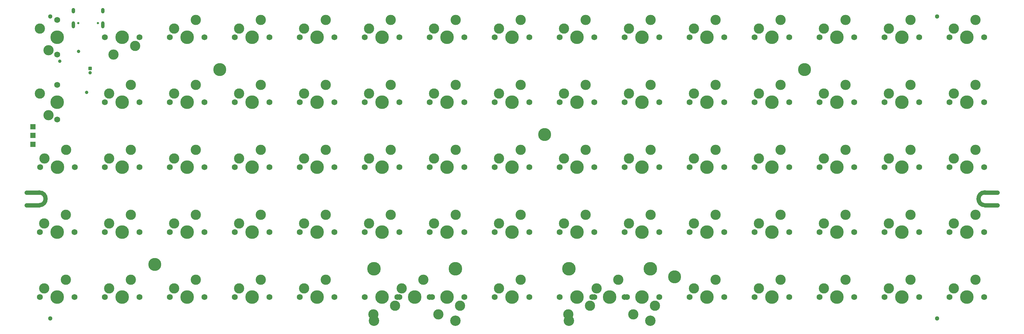
<source format=gts>
%TF.GenerationSoftware,KiCad,Pcbnew,(6.0.4)*%
%TF.CreationDate,2022-10-29T20:58:51+01:00*%
%TF.ProjectId,nova75,6e6f7661-3735-42e6-9b69-6361645f7063,rev?*%
%TF.SameCoordinates,Original*%
%TF.FileFunction,Soldermask,Top*%
%TF.FilePolarity,Negative*%
%FSLAX46Y46*%
G04 Gerber Fmt 4.6, Leading zero omitted, Abs format (unit mm)*
G04 Created by KiCad (PCBNEW (6.0.4)) date 2022-10-29 20:58:51*
%MOMM*%
%LPD*%
G01*
G04 APERTURE LIST*
G04 Aperture macros list*
%AMRoundRect*
0 Rectangle with rounded corners*
0 $1 Rounding radius*
0 $2 $3 $4 $5 $6 $7 $8 $9 X,Y pos of 4 corners*
0 Add a 4 corners polygon primitive as box body*
4,1,4,$2,$3,$4,$5,$6,$7,$8,$9,$2,$3,0*
0 Add four circle primitives for the rounded corners*
1,1,$1+$1,$2,$3*
1,1,$1+$1,$4,$5*
1,1,$1+$1,$6,$7*
1,1,$1+$1,$8,$9*
0 Add four rect primitives between the rounded corners*
20,1,$1+$1,$2,$3,$4,$5,0*
20,1,$1+$1,$4,$5,$6,$7,0*
20,1,$1+$1,$6,$7,$8,$9,0*
20,1,$1+$1,$8,$9,$2,$3,0*%
G04 Aperture macros list end*
%ADD10C,1.250000*%
%ADD11C,3.000000*%
%ADD12C,1.750000*%
%ADD13C,3.987800*%
%ADD14C,2.200000*%
%ADD15C,3.800000*%
%ADD16C,3.048000*%
%ADD17C,1.300000*%
%ADD18R,1.500000X1.500000*%
%ADD19C,0.650000*%
%ADD20O,1.000000X1.600000*%
%ADD21O,1.000000X2.100000*%
%ADD22C,1.000000*%
%ADD23RoundRect,0.150000X0.350000X0.350000X-0.350000X0.350000X-0.350000X-0.350000X0.350000X-0.350000X0*%
G04 APERTURE END LIST*
D10*
X28990518Y-109767675D02*
X32699418Y-109767675D01*
X32699418Y-106017675D02*
X28990518Y-106017675D01*
X32699418Y-109767675D02*
G75*
G03*
X32699418Y-106017675I0J1875000D01*
G01*
X309984710Y-109764059D02*
X313693610Y-109764059D01*
X313693610Y-106014059D02*
X309984710Y-106014059D01*
X309984710Y-106014059D02*
G75*
G03*
X309984710Y-109764059I0J-1875000D01*
G01*
D11*
X148481700Y-77006330D03*
X154831700Y-74466330D03*
D12*
X147211700Y-79546330D03*
D13*
X152291700Y-79546330D03*
D12*
X157371700Y-79546330D03*
D11*
X116731700Y-74466330D03*
D12*
X109111700Y-79546330D03*
X119271700Y-79546330D03*
D11*
X110381700Y-77006330D03*
D13*
X114191700Y-79546330D03*
D12*
X166261700Y-60496330D03*
D11*
X173881700Y-55416330D03*
D12*
X176421700Y-60496330D03*
D13*
X171341700Y-60496330D03*
D11*
X167531700Y-57956330D03*
D13*
X228491700Y-136696330D03*
D11*
X224681700Y-134156330D03*
D12*
X233571700Y-136696330D03*
D11*
X231031700Y-131616330D03*
D12*
X223411700Y-136696330D03*
D11*
X130701700Y-141776330D03*
D13*
X133241700Y-136696330D03*
D12*
X128161700Y-136696330D03*
X138321700Y-136696330D03*
D11*
X137051700Y-139236330D03*
D12*
X166261700Y-79546330D03*
D13*
X171341700Y-79546330D03*
D12*
X176421700Y-79546330D03*
D11*
X167531700Y-77006330D03*
X173881700Y-74466330D03*
D12*
X223411700Y-60496330D03*
X233571700Y-60496330D03*
D13*
X228491700Y-60496330D03*
D11*
X231031700Y-55416330D03*
X224681700Y-57956330D03*
D14*
X218990617Y-130796675D03*
X219366377Y-130796675D03*
X218608281Y-130796675D03*
D15*
X218990617Y-130796675D03*
D12*
X280561700Y-98596330D03*
D11*
X281831700Y-96056330D03*
D13*
X285641700Y-98596330D03*
D11*
X288181700Y-93516330D03*
D12*
X290721700Y-98596330D03*
X109111700Y-60496330D03*
D11*
X110381700Y-57956330D03*
D12*
X119271700Y-60496330D03*
D13*
X114191700Y-60496330D03*
D11*
X116731700Y-55416330D03*
D12*
X195471700Y-98596330D03*
X185311700Y-98596330D03*
D11*
X192931700Y-93516330D03*
X186581700Y-96056330D03*
D13*
X190391700Y-98596330D03*
D11*
X53231700Y-77006330D03*
D13*
X57041700Y-79546330D03*
D12*
X51961700Y-79546330D03*
D11*
X59581700Y-74466330D03*
D12*
X62121700Y-79546330D03*
X71011700Y-60496330D03*
D11*
X78631700Y-55416330D03*
X72281700Y-57956330D03*
D12*
X81171700Y-60496330D03*
D13*
X76091700Y-60496330D03*
X142766700Y-136696330D03*
D16*
X130828700Y-143681330D03*
D13*
X130828700Y-128441330D03*
X154704700Y-128441330D03*
D11*
X145306700Y-131616330D03*
D12*
X137686700Y-136696330D03*
D11*
X138956700Y-134156330D03*
D16*
X154704700Y-143681330D03*
D12*
X147846700Y-136696330D03*
X252621700Y-60496330D03*
D11*
X243731700Y-57956330D03*
D12*
X242461700Y-60496330D03*
D13*
X247541700Y-60496330D03*
D11*
X250081700Y-55416330D03*
X97681700Y-112566330D03*
X91331700Y-115106330D03*
D13*
X95141700Y-117646330D03*
D12*
X100221700Y-117646330D03*
X90061700Y-117646330D03*
D14*
X85990723Y-70017291D03*
X85232627Y-70017291D03*
X85614963Y-70017291D03*
D15*
X85614963Y-70017291D03*
D12*
X261511700Y-98596330D03*
X271671700Y-98596330D03*
D11*
X262781700Y-96056330D03*
X269131700Y-93516330D03*
D13*
X266591700Y-98596330D03*
D11*
X307231700Y-93516330D03*
D13*
X304691700Y-98596330D03*
D12*
X299611700Y-98596330D03*
X309771700Y-98596330D03*
D11*
X300881700Y-96056330D03*
X97681700Y-93516330D03*
D12*
X100221700Y-98596330D03*
D13*
X95141700Y-98596330D03*
D11*
X91331700Y-96056330D03*
D12*
X90061700Y-98596330D03*
D17*
X295928700Y-142944330D03*
D11*
X34181700Y-134156330D03*
D13*
X37991700Y-136696330D03*
D11*
X40531700Y-131616330D03*
D12*
X32911700Y-136696330D03*
X43071700Y-136696330D03*
D11*
X129431700Y-77006330D03*
D12*
X138321700Y-79546330D03*
X128161700Y-79546330D03*
D11*
X135781700Y-74466330D03*
D13*
X133241700Y-79546330D03*
X37991700Y-60496330D03*
D11*
X32911700Y-57956330D03*
X35451700Y-64306330D03*
D12*
X37991700Y-55416330D03*
X37991700Y-65576330D03*
D11*
X78631700Y-112566330D03*
X72281700Y-115106330D03*
D12*
X71011700Y-117646330D03*
D13*
X76091700Y-117646330D03*
D12*
X81171700Y-117646330D03*
X147211700Y-117646330D03*
D11*
X148481700Y-115106330D03*
D12*
X157371700Y-117646330D03*
D13*
X152291700Y-117646330D03*
D11*
X154831700Y-112566330D03*
D12*
X271671700Y-136696330D03*
D11*
X269131700Y-131616330D03*
D12*
X261511700Y-136696330D03*
D13*
X266591700Y-136696330D03*
D11*
X262781700Y-134156330D03*
D13*
X228491700Y-98596330D03*
D11*
X224681700Y-96056330D03*
D12*
X233571700Y-98596330D03*
X223411700Y-98596330D03*
D11*
X231031700Y-93516330D03*
D17*
X295928700Y-54425330D03*
D12*
X62121700Y-60496330D03*
X51961700Y-60496330D03*
D11*
X54501700Y-65576330D03*
X60851700Y-63036330D03*
D13*
X57041700Y-60496330D03*
X76091700Y-79546330D03*
D11*
X72281700Y-77006330D03*
D12*
X71011700Y-79546330D03*
X81171700Y-79546330D03*
D11*
X78631700Y-74466330D03*
D12*
X157371700Y-60496330D03*
D11*
X154831700Y-55416330D03*
D12*
X147211700Y-60496330D03*
D13*
X152291700Y-60496330D03*
D11*
X148481700Y-57956330D03*
D12*
X214521700Y-60496330D03*
X204361700Y-60496330D03*
D13*
X209441700Y-60496330D03*
D11*
X211981700Y-55416330D03*
X205631700Y-57956330D03*
D13*
X190391700Y-79546330D03*
D11*
X192931700Y-74466330D03*
D12*
X195471700Y-79546330D03*
D11*
X186581700Y-77006330D03*
D12*
X185311700Y-79546330D03*
X299611700Y-79546330D03*
D11*
X307231700Y-74466330D03*
X300881700Y-77006330D03*
D12*
X309771700Y-79546330D03*
D13*
X304691700Y-79546330D03*
D12*
X214521700Y-117646330D03*
D13*
X209441700Y-117646330D03*
D11*
X211981700Y-112566330D03*
D12*
X204361700Y-117646330D03*
D11*
X205631700Y-115106330D03*
D12*
X280561700Y-117646330D03*
D11*
X281831700Y-115106330D03*
X288181700Y-112566330D03*
D12*
X290721700Y-117646330D03*
D13*
X285641700Y-117646330D03*
X57041700Y-136696330D03*
D11*
X53231700Y-134156330D03*
D12*
X62121700Y-136696330D03*
X51961700Y-136696330D03*
D11*
X59581700Y-131616330D03*
X269131700Y-112566330D03*
X262781700Y-115106330D03*
D12*
X261511700Y-117646330D03*
D13*
X266591700Y-117646330D03*
D12*
X271671700Y-117646330D03*
D11*
X148481700Y-96056330D03*
D12*
X147211700Y-98596330D03*
D11*
X154831700Y-93516330D03*
D13*
X152291700Y-98596330D03*
D12*
X157371700Y-98596330D03*
D11*
X186581700Y-115106330D03*
X192931700Y-112566330D03*
D13*
X190391700Y-117646330D03*
D12*
X185311700Y-117646330D03*
X195471700Y-117646330D03*
X309771700Y-60496330D03*
D11*
X300881700Y-57956330D03*
D12*
X299611700Y-60496330D03*
D11*
X307231700Y-55416330D03*
D13*
X304691700Y-60496330D03*
D11*
X78631700Y-93516330D03*
D13*
X76091700Y-98596330D03*
D11*
X72281700Y-96056330D03*
D12*
X81171700Y-98596330D03*
X71011700Y-98596330D03*
X32984433Y-98592690D03*
X43144433Y-98592690D03*
D13*
X38064433Y-98592690D03*
D11*
X34254433Y-96052690D03*
X40604433Y-93512690D03*
D12*
X166261700Y-98596330D03*
D13*
X171341700Y-98596330D03*
D12*
X176421700Y-98596330D03*
D11*
X167531700Y-96056330D03*
X173881700Y-93516330D03*
D12*
X90061700Y-60496330D03*
D13*
X95141700Y-60496330D03*
D11*
X97681700Y-55416330D03*
X91331700Y-57956330D03*
D12*
X100221700Y-60496330D03*
D11*
X243731700Y-77006330D03*
D12*
X252621700Y-79546330D03*
D11*
X250081700Y-74466330D03*
D12*
X242461700Y-79546330D03*
D13*
X247541700Y-79546330D03*
D11*
X281831700Y-57956330D03*
D13*
X285641700Y-60496330D03*
D11*
X288181700Y-55416330D03*
D12*
X290721700Y-60496330D03*
X280561700Y-60496330D03*
D11*
X269131700Y-74466330D03*
D12*
X261511700Y-79546330D03*
D13*
X266591700Y-79546330D03*
D11*
X262781700Y-77006330D03*
D12*
X271671700Y-79546330D03*
X204361700Y-136696330D03*
D11*
X213251700Y-139236330D03*
X206901700Y-141776330D03*
D12*
X214521700Y-136696330D03*
D13*
X209441700Y-136696330D03*
D12*
X309771700Y-117646330D03*
D13*
X304691700Y-117646330D03*
D11*
X307231700Y-112566330D03*
D12*
X299611700Y-117646330D03*
D11*
X300881700Y-115106330D03*
D12*
X128161700Y-60496330D03*
D11*
X129431700Y-57956330D03*
D12*
X138321700Y-60496330D03*
D13*
X133241700Y-60496330D03*
D11*
X135781700Y-55416330D03*
D12*
X299611700Y-136696330D03*
D13*
X304691700Y-136696330D03*
D11*
X307231700Y-131616330D03*
D12*
X309771700Y-136696330D03*
D11*
X300881700Y-134156330D03*
X91331700Y-77006330D03*
D12*
X90061700Y-79546330D03*
D13*
X95141700Y-79546330D03*
D12*
X100221700Y-79546330D03*
D11*
X97681700Y-74466330D03*
D16*
X187978700Y-143681330D03*
D13*
X199916700Y-136696330D03*
X211854700Y-128441330D03*
X187978700Y-128441330D03*
D11*
X196106700Y-134156330D03*
D12*
X194836700Y-136696330D03*
D16*
X211854700Y-143681330D03*
D12*
X204996700Y-136696330D03*
D11*
X202456700Y-131616330D03*
X205631700Y-77006330D03*
D12*
X214521700Y-79546330D03*
D13*
X209441700Y-79546330D03*
D12*
X204361700Y-79546330D03*
D11*
X211981700Y-74466330D03*
D12*
X176421700Y-136696330D03*
D11*
X173881700Y-131616330D03*
D13*
X171341700Y-136696330D03*
D12*
X166261700Y-136696330D03*
D11*
X167531700Y-134156330D03*
X262781700Y-57956330D03*
D12*
X271671700Y-60496330D03*
X261511700Y-60496330D03*
D13*
X266591700Y-60496330D03*
D11*
X269131700Y-55416330D03*
D12*
X166261700Y-117646330D03*
X176421700Y-117646330D03*
D11*
X167531700Y-115106330D03*
D13*
X171341700Y-117646330D03*
D11*
X173881700Y-112566330D03*
D12*
X280561700Y-136696330D03*
D13*
X285641700Y-136696330D03*
D12*
X290721700Y-136696330D03*
D11*
X281831700Y-134156330D03*
X288181700Y-131616330D03*
X135781700Y-112566330D03*
D12*
X128161700Y-117646330D03*
X138321700Y-117646330D03*
D11*
X129431700Y-115106330D03*
D13*
X133241700Y-117646330D03*
D17*
X35959700Y-54425330D03*
D14*
X257066377Y-69984605D03*
X256684041Y-69984605D03*
X257442137Y-69984605D03*
D15*
X257066377Y-69984605D03*
D11*
X91331700Y-134156330D03*
X97681700Y-131616330D03*
D12*
X100221700Y-136696330D03*
X90061700Y-136696330D03*
D13*
X95141700Y-136696330D03*
D11*
X231031700Y-112566330D03*
D13*
X228491700Y-117646330D03*
D12*
X233571700Y-117646330D03*
D11*
X224681700Y-115106330D03*
D12*
X223411700Y-117646330D03*
D11*
X250081700Y-131616330D03*
D12*
X252621700Y-136696330D03*
D13*
X247541700Y-136696330D03*
D12*
X242461700Y-136696330D03*
D11*
X243731700Y-134156330D03*
D14*
X180870757Y-89073713D03*
X181246517Y-89073713D03*
X180488421Y-89073713D03*
D15*
X180870757Y-89073713D03*
D11*
X59581700Y-112566330D03*
D12*
X51961700Y-117646330D03*
X62121700Y-117646330D03*
D11*
X53231700Y-115106330D03*
D13*
X57041700Y-117646330D03*
D11*
X149751700Y-141776330D03*
D12*
X157371700Y-136696330D03*
D11*
X156101700Y-139236330D03*
D12*
X147211700Y-136696330D03*
D13*
X152291700Y-136696330D03*
X190391700Y-136696330D03*
D12*
X195471700Y-136696330D03*
X185311700Y-136696330D03*
D11*
X194201700Y-139236330D03*
X187851700Y-141776330D03*
X288181700Y-74466330D03*
D13*
X285641700Y-79546330D03*
D11*
X281831700Y-77006330D03*
D12*
X290721700Y-79546330D03*
X280561700Y-79546330D03*
D13*
X114191700Y-98596330D03*
D11*
X116731700Y-93516330D03*
X110381700Y-96056330D03*
D12*
X119271700Y-98596330D03*
X109111700Y-98596330D03*
D14*
X66942782Y-127163469D03*
X66184686Y-127163469D03*
X66567022Y-127163469D03*
D15*
X66567022Y-127163469D03*
D11*
X40531700Y-112566330D03*
X34181700Y-115106330D03*
D12*
X43071700Y-117646330D03*
D13*
X37991700Y-117646330D03*
D12*
X32911700Y-117646330D03*
D11*
X186581700Y-57956330D03*
D12*
X185311700Y-60496330D03*
X195471700Y-60496330D03*
D11*
X192931700Y-55416330D03*
D13*
X190391700Y-60496330D03*
D12*
X37991700Y-74466330D03*
D11*
X35451700Y-83356330D03*
D13*
X37991700Y-79546330D03*
D11*
X32911700Y-77006330D03*
D12*
X37991700Y-84626330D03*
D11*
X78631700Y-131616330D03*
D13*
X76091700Y-136696330D03*
D11*
X72281700Y-134156330D03*
D12*
X71011700Y-136696330D03*
X81171700Y-136696330D03*
D11*
X224681700Y-77006330D03*
D12*
X223411700Y-79546330D03*
D13*
X228491700Y-79546330D03*
D11*
X231031700Y-74466330D03*
D12*
X233571700Y-79546330D03*
D17*
X35959700Y-142944330D03*
D11*
X243731700Y-96056330D03*
D12*
X252621700Y-98596330D03*
D13*
X247541700Y-98596330D03*
D12*
X242461700Y-98596330D03*
D11*
X250081700Y-93516330D03*
D13*
X209441700Y-98596330D03*
D12*
X204361700Y-98596330D03*
D11*
X205631700Y-96056330D03*
X211981700Y-93516330D03*
D12*
X214521700Y-98596330D03*
D13*
X114191700Y-136696330D03*
D11*
X116731700Y-131616330D03*
D12*
X119271700Y-136696330D03*
X109111700Y-136696330D03*
D11*
X110381700Y-134156330D03*
X53231700Y-96056330D03*
D12*
X62121700Y-98596330D03*
X51961700Y-98596330D03*
D11*
X59581700Y-93516330D03*
D13*
X57041700Y-98596330D03*
D11*
X110381700Y-115106330D03*
X116731700Y-112566330D03*
D12*
X109111700Y-117646330D03*
D13*
X114191700Y-117646330D03*
D12*
X119271700Y-117646330D03*
X242461700Y-117646330D03*
D11*
X250081700Y-112566330D03*
D12*
X252621700Y-117646330D03*
D11*
X243731700Y-115106330D03*
D13*
X247541700Y-117646330D03*
X133241700Y-98596330D03*
D11*
X135781700Y-93516330D03*
D12*
X138321700Y-98596330D03*
D11*
X129431700Y-96056330D03*
D12*
X128161700Y-98596330D03*
D18*
X30888613Y-86756059D03*
X30888613Y-89315988D03*
D19*
X49939181Y-56338330D03*
X44159181Y-56338330D03*
D20*
X51369181Y-52688330D03*
X42729181Y-52688330D03*
D21*
X42729181Y-56868330D03*
X51369181Y-56868330D03*
D22*
X38753700Y-67506330D03*
D18*
X30888613Y-91875917D03*
D22*
X46627700Y-76650330D03*
X44239268Y-64669721D03*
D23*
X47643700Y-69665330D03*
D22*
X47643700Y-70935330D03*
M02*

</source>
